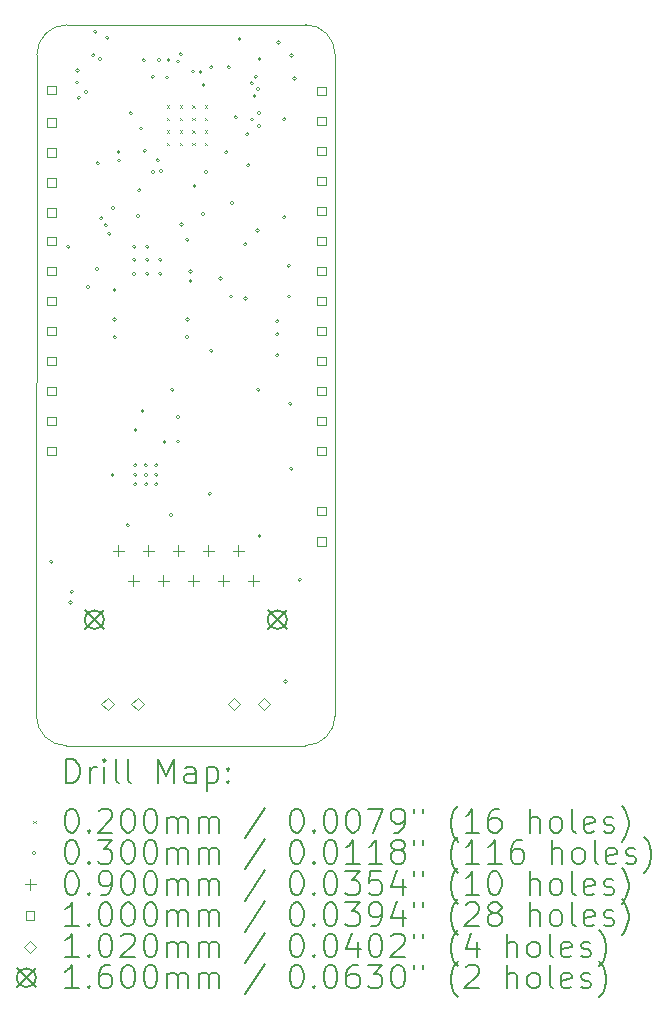
<source format=gbr>
%TF.GenerationSoftware,KiCad,Pcbnew,(6.0.9)*%
%TF.CreationDate,2022-11-21T00:30:00+13:00*%
%TF.ProjectId,LAN-Module-PoE,4c414e2d-4d6f-4647-956c-652d506f452e,rev?*%
%TF.SameCoordinates,Original*%
%TF.FileFunction,Drillmap*%
%TF.FilePolarity,Positive*%
%FSLAX45Y45*%
G04 Gerber Fmt 4.5, Leading zero omitted, Abs format (unit mm)*
G04 Created by KiCad (PCBNEW (6.0.9)) date 2022-11-21 00:30:00*
%MOMM*%
%LPD*%
G01*
G04 APERTURE LIST*
%ADD10C,0.100000*%
%ADD11C,0.200000*%
%ADD12C,0.020000*%
%ADD13C,0.030000*%
%ADD14C,0.090000*%
%ADD15C,0.102000*%
%ADD16C,0.160000*%
G04 APERTURE END LIST*
D10*
X5200000Y-3250000D02*
X3179000Y-3250000D01*
X3179000Y-3250000D02*
G75*
G03*
X2925000Y-3504000I0J-254000D01*
G01*
X5450000Y-3500000D02*
G75*
G03*
X5200000Y-3250000I-250000J0D01*
G01*
X5196000Y-9354000D02*
G75*
G03*
X5450000Y-9100000I0J254000D01*
G01*
X2921000Y-9100000D02*
G75*
G03*
X3175000Y-9354000I254000J0D01*
G01*
X2925000Y-3504000D02*
X2921000Y-9100000D01*
X3175000Y-9354000D02*
X5196000Y-9354000D01*
X5450000Y-9100000D02*
X5450000Y-3500000D01*
D11*
D12*
X4027500Y-3930833D02*
X4047500Y-3950833D01*
X4047500Y-3930833D02*
X4027500Y-3950833D01*
X4027500Y-4037500D02*
X4047500Y-4057500D01*
X4047500Y-4037500D02*
X4027500Y-4057500D01*
X4027500Y-4144167D02*
X4047500Y-4164167D01*
X4047500Y-4144167D02*
X4027500Y-4164167D01*
X4027500Y-4250833D02*
X4047500Y-4270833D01*
X4047500Y-4250833D02*
X4027500Y-4270833D01*
X4134167Y-3930833D02*
X4154167Y-3950833D01*
X4154167Y-3930833D02*
X4134167Y-3950833D01*
X4134167Y-4037500D02*
X4154167Y-4057500D01*
X4154167Y-4037500D02*
X4134167Y-4057500D01*
X4134167Y-4144167D02*
X4154167Y-4164167D01*
X4154167Y-4144167D02*
X4134167Y-4164167D01*
X4134167Y-4250833D02*
X4154167Y-4270833D01*
X4154167Y-4250833D02*
X4134167Y-4270833D01*
X4240833Y-3930833D02*
X4260833Y-3950833D01*
X4260833Y-3930833D02*
X4240833Y-3950833D01*
X4240833Y-4037500D02*
X4260833Y-4057500D01*
X4260833Y-4037500D02*
X4240833Y-4057500D01*
X4240833Y-4144167D02*
X4260833Y-4164167D01*
X4260833Y-4144167D02*
X4240833Y-4164167D01*
X4240833Y-4250833D02*
X4260833Y-4270833D01*
X4260833Y-4250833D02*
X4240833Y-4270833D01*
X4347500Y-3930833D02*
X4367500Y-3950833D01*
X4367500Y-3930833D02*
X4347500Y-3950833D01*
X4347500Y-4037500D02*
X4367500Y-4057500D01*
X4367500Y-4037500D02*
X4347500Y-4057500D01*
X4347500Y-4144167D02*
X4367500Y-4164167D01*
X4367500Y-4144167D02*
X4347500Y-4164167D01*
X4347500Y-4250833D02*
X4367500Y-4270833D01*
X4367500Y-4250833D02*
X4347500Y-4270833D01*
D13*
X3063000Y-7798000D02*
G75*
G03*
X3063000Y-7798000I-15000J0D01*
G01*
X3205000Y-5130000D02*
G75*
G03*
X3205000Y-5130000I-15000J0D01*
G01*
X3225000Y-8140000D02*
G75*
G03*
X3225000Y-8140000I-15000J0D01*
G01*
X3235000Y-8050000D02*
G75*
G03*
X3235000Y-8050000I-15000J0D01*
G01*
X3279950Y-3739045D02*
G75*
G03*
X3279950Y-3739045I-15000J0D01*
G01*
X3282500Y-3637500D02*
G75*
G03*
X3282500Y-3637500I-15000J0D01*
G01*
X3295000Y-3870000D02*
G75*
G03*
X3295000Y-3870000I-15000J0D01*
G01*
X3355000Y-3820000D02*
G75*
G03*
X3355000Y-3820000I-15000J0D01*
G01*
X3372000Y-5470000D02*
G75*
G03*
X3372000Y-5470000I-15000J0D01*
G01*
X3417450Y-3510000D02*
G75*
G03*
X3417450Y-3510000I-15000J0D01*
G01*
X3435000Y-3310000D02*
G75*
G03*
X3435000Y-3310000I-15000J0D01*
G01*
X3449500Y-5320000D02*
G75*
G03*
X3449500Y-5320000I-15000J0D01*
G01*
X3457500Y-4422500D02*
G75*
G03*
X3457500Y-4422500I-15000J0D01*
G01*
X3475045Y-3540023D02*
G75*
G03*
X3475045Y-3540023I-15000J0D01*
G01*
X3485000Y-4890000D02*
G75*
G03*
X3485000Y-4890000I-15000J0D01*
G01*
X3524271Y-4947225D02*
G75*
G03*
X3524271Y-4947225I-15000J0D01*
G01*
X3535000Y-3359799D02*
G75*
G03*
X3535000Y-3359799I-15000J0D01*
G01*
X3552000Y-5020000D02*
G75*
G03*
X3552000Y-5020000I-15000J0D01*
G01*
X3580000Y-7063123D02*
G75*
G03*
X3580000Y-7063123I-15000J0D01*
G01*
X3585000Y-4800000D02*
G75*
G03*
X3585000Y-4800000I-15000J0D01*
G01*
X3597000Y-5745000D02*
G75*
G03*
X3597000Y-5745000I-15000J0D01*
G01*
X3598356Y-5496356D02*
G75*
G03*
X3598356Y-5496356I-15000J0D01*
G01*
X3600122Y-5895000D02*
G75*
G03*
X3600122Y-5895000I-15000J0D01*
G01*
X3632180Y-4327180D02*
G75*
G03*
X3632180Y-4327180I-15000J0D01*
G01*
X3635000Y-4399804D02*
G75*
G03*
X3635000Y-4399804I-15000J0D01*
G01*
X3709400Y-7487500D02*
G75*
G03*
X3709400Y-7487500I-15000J0D01*
G01*
X3735000Y-4000000D02*
G75*
G03*
X3735000Y-4000000I-15000J0D01*
G01*
X3762000Y-5360000D02*
G75*
G03*
X3762000Y-5360000I-15000J0D01*
G01*
X3765000Y-5130000D02*
G75*
G03*
X3765000Y-5130000I-15000J0D01*
G01*
X3765000Y-5240000D02*
G75*
G03*
X3765000Y-5240000I-15000J0D01*
G01*
X3772000Y-6980000D02*
G75*
G03*
X3772000Y-6980000I-15000J0D01*
G01*
X3772000Y-7060000D02*
G75*
G03*
X3772000Y-7060000I-15000J0D01*
G01*
X3772000Y-7140000D02*
G75*
G03*
X3772000Y-7140000I-15000J0D01*
G01*
X3775000Y-6680000D02*
G75*
G03*
X3775000Y-6680000I-15000J0D01*
G01*
X3795000Y-4870000D02*
G75*
G03*
X3795000Y-4870000I-15000J0D01*
G01*
X3807500Y-4650000D02*
G75*
G03*
X3807500Y-4650000I-15000J0D01*
G01*
X3822500Y-4127500D02*
G75*
G03*
X3822500Y-4127500I-15000J0D01*
G01*
X3835000Y-6520000D02*
G75*
G03*
X3835000Y-6520000I-15000J0D01*
G01*
X3845000Y-3550000D02*
G75*
G03*
X3845000Y-3550000I-15000J0D01*
G01*
X3852500Y-4317500D02*
G75*
G03*
X3852500Y-4317500I-15000J0D01*
G01*
X3862000Y-6980000D02*
G75*
G03*
X3862000Y-6980000I-15000J0D01*
G01*
X3865000Y-7060623D02*
G75*
G03*
X3865000Y-7060623I-15000J0D01*
G01*
X3867000Y-7140000D02*
G75*
G03*
X3867000Y-7140000I-15000J0D01*
G01*
X3875000Y-5130000D02*
G75*
G03*
X3875000Y-5130000I-15000J0D01*
G01*
X3875000Y-5240000D02*
G75*
G03*
X3875000Y-5240000I-15000J0D01*
G01*
X3875000Y-5360000D02*
G75*
G03*
X3875000Y-5360000I-15000J0D01*
G01*
X3922500Y-4497500D02*
G75*
G03*
X3922500Y-4497500I-15000J0D01*
G01*
X3922550Y-3690000D02*
G75*
G03*
X3922550Y-3690000I-15000J0D01*
G01*
X3952000Y-6980000D02*
G75*
G03*
X3952000Y-6980000I-15000J0D01*
G01*
X3952000Y-7060000D02*
G75*
G03*
X3952000Y-7060000I-15000J0D01*
G01*
X3952000Y-7140000D02*
G75*
G03*
X3952000Y-7140000I-15000J0D01*
G01*
X3962500Y-4397500D02*
G75*
G03*
X3962500Y-4397500I-15000J0D01*
G01*
X3975000Y-3550000D02*
G75*
G03*
X3975000Y-3550000I-15000J0D01*
G01*
X3985000Y-5240000D02*
G75*
G03*
X3985000Y-5240000I-15000J0D01*
G01*
X3985000Y-5360000D02*
G75*
G03*
X3985000Y-5360000I-15000J0D01*
G01*
X3992500Y-4487500D02*
G75*
G03*
X3992500Y-4487500I-15000J0D01*
G01*
X4020000Y-6783123D02*
G75*
G03*
X4020000Y-6783123I-15000J0D01*
G01*
X4042662Y-3695323D02*
G75*
G03*
X4042662Y-3695323I-15000J0D01*
G01*
X4055000Y-3549950D02*
G75*
G03*
X4055000Y-3549950I-15000J0D01*
G01*
X4075000Y-7400000D02*
G75*
G03*
X4075000Y-7400000I-15000J0D01*
G01*
X4085000Y-6340000D02*
G75*
G03*
X4085000Y-6340000I-15000J0D01*
G01*
X4134721Y-3560737D02*
G75*
G03*
X4134721Y-3560737I-15000J0D01*
G01*
X4135000Y-6570000D02*
G75*
G03*
X4135000Y-6570000I-15000J0D01*
G01*
X4135000Y-6780000D02*
G75*
G03*
X4135000Y-6780000I-15000J0D01*
G01*
X4157734Y-3500000D02*
G75*
G03*
X4157734Y-3500000I-15000J0D01*
G01*
X4165000Y-4940000D02*
G75*
G03*
X4165000Y-4940000I-15000J0D01*
G01*
X4212000Y-5070000D02*
G75*
G03*
X4212000Y-5070000I-15000J0D01*
G01*
X4212088Y-5895000D02*
G75*
G03*
X4212088Y-5895000I-15000J0D01*
G01*
X4217000Y-5745000D02*
G75*
G03*
X4217000Y-5745000I-15000J0D01*
G01*
X4242000Y-5340000D02*
G75*
G03*
X4242000Y-5340000I-15000J0D01*
G01*
X4242000Y-5420000D02*
G75*
G03*
X4242000Y-5420000I-15000J0D01*
G01*
X4262450Y-3647450D02*
G75*
G03*
X4262450Y-3647450I-15000J0D01*
G01*
X4275000Y-4616961D02*
G75*
G03*
X4275000Y-4616961I-15000J0D01*
G01*
X4327342Y-3650203D02*
G75*
G03*
X4327342Y-3650203I-15000J0D01*
G01*
X4347500Y-4852500D02*
G75*
G03*
X4347500Y-4852500I-15000J0D01*
G01*
X4349950Y-3760000D02*
G75*
G03*
X4349950Y-3760000I-15000J0D01*
G01*
X4372500Y-4497500D02*
G75*
G03*
X4372500Y-4497500I-15000J0D01*
G01*
X4405000Y-7220000D02*
G75*
G03*
X4405000Y-7220000I-15000J0D01*
G01*
X4415000Y-3610000D02*
G75*
G03*
X4415000Y-3610000I-15000J0D01*
G01*
X4415000Y-6010000D02*
G75*
G03*
X4415000Y-6010000I-15000J0D01*
G01*
X4494500Y-5397500D02*
G75*
G03*
X4494500Y-5397500I-15000J0D01*
G01*
X4543333Y-4328333D02*
G75*
G03*
X4543333Y-4328333I-15000J0D01*
G01*
X4565000Y-3610000D02*
G75*
G03*
X4565000Y-3610000I-15000J0D01*
G01*
X4583621Y-5549710D02*
G75*
G03*
X4583621Y-5549710I-15000J0D01*
G01*
X4592500Y-4757500D02*
G75*
G03*
X4592500Y-4757500I-15000J0D01*
G01*
X4622500Y-4033383D02*
G75*
G03*
X4622500Y-4033383I-15000J0D01*
G01*
X4655000Y-3370000D02*
G75*
G03*
X4655000Y-3370000I-15000J0D01*
G01*
X4705000Y-5110000D02*
G75*
G03*
X4705000Y-5110000I-15000J0D01*
G01*
X4705320Y-5567450D02*
G75*
G03*
X4705320Y-5567450I-15000J0D01*
G01*
X4722500Y-4177500D02*
G75*
G03*
X4722500Y-4177500I-15000J0D01*
G01*
X4729950Y-4440000D02*
G75*
G03*
X4729950Y-4440000I-15000J0D01*
G01*
X4761583Y-3745694D02*
G75*
G03*
X4761583Y-3745694I-15000J0D01*
G01*
X4762500Y-4052450D02*
G75*
G03*
X4762500Y-4052450I-15000J0D01*
G01*
X4783358Y-3853667D02*
G75*
G03*
X4783358Y-3853667I-15000J0D01*
G01*
X4795000Y-3690000D02*
G75*
G03*
X4795000Y-3690000I-15000J0D01*
G01*
X4807500Y-4992500D02*
G75*
G03*
X4807500Y-4992500I-15000J0D01*
G01*
X4812545Y-3795644D02*
G75*
G03*
X4812545Y-3795644I-15000J0D01*
G01*
X4815000Y-6340000D02*
G75*
G03*
X4815000Y-6340000I-15000J0D01*
G01*
X4822500Y-3997500D02*
G75*
G03*
X4822500Y-3997500I-15000J0D01*
G01*
X4822500Y-4107400D02*
G75*
G03*
X4822500Y-4107400I-15000J0D01*
G01*
X4825000Y-3540000D02*
G75*
G03*
X4825000Y-3540000I-15000J0D01*
G01*
X4825000Y-7580000D02*
G75*
G03*
X4825000Y-7580000I-15000J0D01*
G01*
X4975000Y-5760000D02*
G75*
G03*
X4975000Y-5760000I-15000J0D01*
G01*
X4975000Y-5870000D02*
G75*
G03*
X4975000Y-5870000I-15000J0D01*
G01*
X4975000Y-6050000D02*
G75*
G03*
X4975000Y-6050000I-15000J0D01*
G01*
X4985000Y-3400000D02*
G75*
G03*
X4985000Y-3400000I-15000J0D01*
G01*
X5035000Y-4050000D02*
G75*
G03*
X5035000Y-4050000I-15000J0D01*
G01*
X5035000Y-4880000D02*
G75*
G03*
X5035000Y-4880000I-15000J0D01*
G01*
X5045000Y-8810000D02*
G75*
G03*
X5045000Y-8810000I-15000J0D01*
G01*
X5074000Y-5290000D02*
G75*
G03*
X5074000Y-5290000I-15000J0D01*
G01*
X5075000Y-5550000D02*
G75*
G03*
X5075000Y-5550000I-15000J0D01*
G01*
X5085000Y-6460000D02*
G75*
G03*
X5085000Y-6460000I-15000J0D01*
G01*
X5095000Y-3510000D02*
G75*
G03*
X5095000Y-3510000I-15000J0D01*
G01*
X5095000Y-7010000D02*
G75*
G03*
X5095000Y-7010000I-15000J0D01*
G01*
X5120320Y-3704680D02*
G75*
G03*
X5120320Y-3704680I-15000J0D01*
G01*
X5165000Y-7950000D02*
G75*
G03*
X5165000Y-7950000I-15000J0D01*
G01*
D14*
X3615000Y-7658123D02*
X3615000Y-7748123D01*
X3570000Y-7703123D02*
X3660000Y-7703123D01*
X3742000Y-7912123D02*
X3742000Y-8002123D01*
X3697000Y-7957123D02*
X3787000Y-7957123D01*
X3869000Y-7658123D02*
X3869000Y-7748123D01*
X3824000Y-7703123D02*
X3914000Y-7703123D01*
X3996000Y-7912123D02*
X3996000Y-8002123D01*
X3951000Y-7957123D02*
X4041000Y-7957123D01*
X4123000Y-7658123D02*
X4123000Y-7748123D01*
X4078000Y-7703123D02*
X4168000Y-7703123D01*
X4250000Y-7912123D02*
X4250000Y-8002123D01*
X4205000Y-7957123D02*
X4295000Y-7957123D01*
X4377000Y-7658123D02*
X4377000Y-7748123D01*
X4332000Y-7703123D02*
X4422000Y-7703123D01*
X4504000Y-7912123D02*
X4504000Y-8002123D01*
X4459000Y-7957123D02*
X4549000Y-7957123D01*
X4631000Y-7658123D02*
X4631000Y-7748123D01*
X4586000Y-7703123D02*
X4676000Y-7703123D01*
X4758000Y-7912123D02*
X4758000Y-8002123D01*
X4713000Y-7957123D02*
X4803000Y-7957123D01*
D10*
X3083356Y-3836356D02*
X3083356Y-3765644D01*
X3012644Y-3765644D01*
X3012644Y-3836356D01*
X3083356Y-3836356D01*
X3083356Y-4113356D02*
X3083356Y-4042644D01*
X3012644Y-4042644D01*
X3012644Y-4113356D01*
X3083356Y-4113356D01*
X3083356Y-4367356D02*
X3083356Y-4296644D01*
X3012644Y-4296644D01*
X3012644Y-4367356D01*
X3083356Y-4367356D01*
X3083356Y-4621356D02*
X3083356Y-4550644D01*
X3012644Y-4550644D01*
X3012644Y-4621356D01*
X3083356Y-4621356D01*
X3083356Y-4875356D02*
X3083356Y-4804644D01*
X3012644Y-4804644D01*
X3012644Y-4875356D01*
X3083356Y-4875356D01*
X3083356Y-5115356D02*
X3083356Y-5044644D01*
X3012644Y-5044644D01*
X3012644Y-5115356D01*
X3083356Y-5115356D01*
X3083356Y-5369356D02*
X3083356Y-5298644D01*
X3012644Y-5298644D01*
X3012644Y-5369356D01*
X3083356Y-5369356D01*
X3083356Y-5623356D02*
X3083356Y-5552644D01*
X3012644Y-5552644D01*
X3012644Y-5623356D01*
X3083356Y-5623356D01*
X3083356Y-5877356D02*
X3083356Y-5806644D01*
X3012644Y-5806644D01*
X3012644Y-5877356D01*
X3083356Y-5877356D01*
X3083356Y-6131356D02*
X3083356Y-6060644D01*
X3012644Y-6060644D01*
X3012644Y-6131356D01*
X3083356Y-6131356D01*
X3083356Y-6385356D02*
X3083356Y-6314644D01*
X3012644Y-6314644D01*
X3012644Y-6385356D01*
X3083356Y-6385356D01*
X3083356Y-6639356D02*
X3083356Y-6568644D01*
X3012644Y-6568644D01*
X3012644Y-6639356D01*
X3083356Y-6639356D01*
X3083356Y-6893356D02*
X3083356Y-6822644D01*
X3012644Y-6822644D01*
X3012644Y-6893356D01*
X3083356Y-6893356D01*
X5369356Y-3845356D02*
X5369356Y-3774644D01*
X5298644Y-3774644D01*
X5298644Y-3845356D01*
X5369356Y-3845356D01*
X5369356Y-4099356D02*
X5369356Y-4028644D01*
X5298644Y-4028644D01*
X5298644Y-4099356D01*
X5369356Y-4099356D01*
X5369356Y-4353356D02*
X5369356Y-4282644D01*
X5298644Y-4282644D01*
X5298644Y-4353356D01*
X5369356Y-4353356D01*
X5369356Y-4607356D02*
X5369356Y-4536644D01*
X5298644Y-4536644D01*
X5298644Y-4607356D01*
X5369356Y-4607356D01*
X5369356Y-4861356D02*
X5369356Y-4790644D01*
X5298644Y-4790644D01*
X5298644Y-4861356D01*
X5369356Y-4861356D01*
X5369356Y-5115356D02*
X5369356Y-5044644D01*
X5298644Y-5044644D01*
X5298644Y-5115356D01*
X5369356Y-5115356D01*
X5369356Y-5369356D02*
X5369356Y-5298644D01*
X5298644Y-5298644D01*
X5298644Y-5369356D01*
X5369356Y-5369356D01*
X5369356Y-5623356D02*
X5369356Y-5552644D01*
X5298644Y-5552644D01*
X5298644Y-5623356D01*
X5369356Y-5623356D01*
X5369356Y-5877356D02*
X5369356Y-5806644D01*
X5298644Y-5806644D01*
X5298644Y-5877356D01*
X5369356Y-5877356D01*
X5369356Y-6131356D02*
X5369356Y-6060644D01*
X5298644Y-6060644D01*
X5298644Y-6131356D01*
X5369356Y-6131356D01*
X5369356Y-6385356D02*
X5369356Y-6314644D01*
X5298644Y-6314644D01*
X5298644Y-6385356D01*
X5369356Y-6385356D01*
X5369356Y-6639356D02*
X5369356Y-6568644D01*
X5298644Y-6568644D01*
X5298644Y-6639356D01*
X5369356Y-6639356D01*
X5369356Y-6893356D02*
X5369356Y-6822644D01*
X5298644Y-6822644D01*
X5298644Y-6893356D01*
X5369356Y-6893356D01*
X5369356Y-7401356D02*
X5369356Y-7330644D01*
X5298644Y-7330644D01*
X5298644Y-7401356D01*
X5369356Y-7401356D01*
X5369356Y-7661356D02*
X5369356Y-7590644D01*
X5298644Y-7590644D01*
X5298644Y-7661356D01*
X5369356Y-7661356D01*
D15*
X3523500Y-9051123D02*
X3574500Y-9000123D01*
X3523500Y-8949123D01*
X3472500Y-9000123D01*
X3523500Y-9051123D01*
X3777500Y-9051123D02*
X3828500Y-9000123D01*
X3777500Y-8949123D01*
X3726500Y-9000123D01*
X3777500Y-9051123D01*
X4595500Y-9051123D02*
X4646500Y-9000123D01*
X4595500Y-8949123D01*
X4544500Y-9000123D01*
X4595500Y-9051123D01*
X4849500Y-9051123D02*
X4900500Y-9000123D01*
X4849500Y-8949123D01*
X4798500Y-9000123D01*
X4849500Y-9051123D01*
D16*
X3332000Y-8207123D02*
X3492000Y-8367123D01*
X3492000Y-8207123D02*
X3332000Y-8367123D01*
X3492000Y-8287123D02*
G75*
G03*
X3492000Y-8287123I-80000J0D01*
G01*
X4881000Y-8207123D02*
X5041000Y-8367123D01*
X5041000Y-8207123D02*
X4881000Y-8367123D01*
X5041000Y-8287123D02*
G75*
G03*
X5041000Y-8287123I-80000J0D01*
G01*
D11*
X3173619Y-9669476D02*
X3173619Y-9469476D01*
X3221238Y-9469476D01*
X3249809Y-9479000D01*
X3268857Y-9498048D01*
X3278381Y-9517095D01*
X3287905Y-9555190D01*
X3287905Y-9583762D01*
X3278381Y-9621857D01*
X3268857Y-9640905D01*
X3249809Y-9659952D01*
X3221238Y-9669476D01*
X3173619Y-9669476D01*
X3373619Y-9669476D02*
X3373619Y-9536143D01*
X3373619Y-9574238D02*
X3383143Y-9555190D01*
X3392667Y-9545667D01*
X3411714Y-9536143D01*
X3430762Y-9536143D01*
X3497428Y-9669476D02*
X3497428Y-9536143D01*
X3497428Y-9469476D02*
X3487905Y-9479000D01*
X3497428Y-9488524D01*
X3506952Y-9479000D01*
X3497428Y-9469476D01*
X3497428Y-9488524D01*
X3621238Y-9669476D02*
X3602190Y-9659952D01*
X3592667Y-9640905D01*
X3592667Y-9469476D01*
X3726000Y-9669476D02*
X3706952Y-9659952D01*
X3697428Y-9640905D01*
X3697428Y-9469476D01*
X3954571Y-9669476D02*
X3954571Y-9469476D01*
X4021238Y-9612333D01*
X4087905Y-9469476D01*
X4087905Y-9669476D01*
X4268857Y-9669476D02*
X4268857Y-9564714D01*
X4259333Y-9545667D01*
X4240286Y-9536143D01*
X4202190Y-9536143D01*
X4183143Y-9545667D01*
X4268857Y-9659952D02*
X4249810Y-9669476D01*
X4202190Y-9669476D01*
X4183143Y-9659952D01*
X4173619Y-9640905D01*
X4173619Y-9621857D01*
X4183143Y-9602810D01*
X4202190Y-9593286D01*
X4249810Y-9593286D01*
X4268857Y-9583762D01*
X4364095Y-9536143D02*
X4364095Y-9736143D01*
X4364095Y-9545667D02*
X4383143Y-9536143D01*
X4421238Y-9536143D01*
X4440286Y-9545667D01*
X4449810Y-9555190D01*
X4459333Y-9574238D01*
X4459333Y-9631381D01*
X4449810Y-9650429D01*
X4440286Y-9659952D01*
X4421238Y-9669476D01*
X4383143Y-9669476D01*
X4364095Y-9659952D01*
X4545048Y-9650429D02*
X4554571Y-9659952D01*
X4545048Y-9669476D01*
X4535524Y-9659952D01*
X4545048Y-9650429D01*
X4545048Y-9669476D01*
X4545048Y-9545667D02*
X4554571Y-9555190D01*
X4545048Y-9564714D01*
X4535524Y-9555190D01*
X4545048Y-9545667D01*
X4545048Y-9564714D01*
D12*
X2896000Y-9989000D02*
X2916000Y-10009000D01*
X2916000Y-9989000D02*
X2896000Y-10009000D01*
D11*
X3211714Y-9889476D02*
X3230762Y-9889476D01*
X3249809Y-9899000D01*
X3259333Y-9908524D01*
X3268857Y-9927571D01*
X3278381Y-9965667D01*
X3278381Y-10013286D01*
X3268857Y-10051381D01*
X3259333Y-10070429D01*
X3249809Y-10079952D01*
X3230762Y-10089476D01*
X3211714Y-10089476D01*
X3192667Y-10079952D01*
X3183143Y-10070429D01*
X3173619Y-10051381D01*
X3164095Y-10013286D01*
X3164095Y-9965667D01*
X3173619Y-9927571D01*
X3183143Y-9908524D01*
X3192667Y-9899000D01*
X3211714Y-9889476D01*
X3364095Y-10070429D02*
X3373619Y-10079952D01*
X3364095Y-10089476D01*
X3354571Y-10079952D01*
X3364095Y-10070429D01*
X3364095Y-10089476D01*
X3449809Y-9908524D02*
X3459333Y-9899000D01*
X3478381Y-9889476D01*
X3526000Y-9889476D01*
X3545048Y-9899000D01*
X3554571Y-9908524D01*
X3564095Y-9927571D01*
X3564095Y-9946619D01*
X3554571Y-9975190D01*
X3440286Y-10089476D01*
X3564095Y-10089476D01*
X3687905Y-9889476D02*
X3706952Y-9889476D01*
X3726000Y-9899000D01*
X3735524Y-9908524D01*
X3745048Y-9927571D01*
X3754571Y-9965667D01*
X3754571Y-10013286D01*
X3745048Y-10051381D01*
X3735524Y-10070429D01*
X3726000Y-10079952D01*
X3706952Y-10089476D01*
X3687905Y-10089476D01*
X3668857Y-10079952D01*
X3659333Y-10070429D01*
X3649809Y-10051381D01*
X3640286Y-10013286D01*
X3640286Y-9965667D01*
X3649809Y-9927571D01*
X3659333Y-9908524D01*
X3668857Y-9899000D01*
X3687905Y-9889476D01*
X3878381Y-9889476D02*
X3897428Y-9889476D01*
X3916476Y-9899000D01*
X3926000Y-9908524D01*
X3935524Y-9927571D01*
X3945048Y-9965667D01*
X3945048Y-10013286D01*
X3935524Y-10051381D01*
X3926000Y-10070429D01*
X3916476Y-10079952D01*
X3897428Y-10089476D01*
X3878381Y-10089476D01*
X3859333Y-10079952D01*
X3849809Y-10070429D01*
X3840286Y-10051381D01*
X3830762Y-10013286D01*
X3830762Y-9965667D01*
X3840286Y-9927571D01*
X3849809Y-9908524D01*
X3859333Y-9899000D01*
X3878381Y-9889476D01*
X4030762Y-10089476D02*
X4030762Y-9956143D01*
X4030762Y-9975190D02*
X4040286Y-9965667D01*
X4059333Y-9956143D01*
X4087905Y-9956143D01*
X4106952Y-9965667D01*
X4116476Y-9984714D01*
X4116476Y-10089476D01*
X4116476Y-9984714D02*
X4126000Y-9965667D01*
X4145048Y-9956143D01*
X4173619Y-9956143D01*
X4192667Y-9965667D01*
X4202190Y-9984714D01*
X4202190Y-10089476D01*
X4297429Y-10089476D02*
X4297429Y-9956143D01*
X4297429Y-9975190D02*
X4306952Y-9965667D01*
X4326000Y-9956143D01*
X4354571Y-9956143D01*
X4373619Y-9965667D01*
X4383143Y-9984714D01*
X4383143Y-10089476D01*
X4383143Y-9984714D02*
X4392667Y-9965667D01*
X4411714Y-9956143D01*
X4440286Y-9956143D01*
X4459333Y-9965667D01*
X4468857Y-9984714D01*
X4468857Y-10089476D01*
X4859333Y-9879952D02*
X4687905Y-10137095D01*
X5116476Y-9889476D02*
X5135524Y-9889476D01*
X5154571Y-9899000D01*
X5164095Y-9908524D01*
X5173619Y-9927571D01*
X5183143Y-9965667D01*
X5183143Y-10013286D01*
X5173619Y-10051381D01*
X5164095Y-10070429D01*
X5154571Y-10079952D01*
X5135524Y-10089476D01*
X5116476Y-10089476D01*
X5097429Y-10079952D01*
X5087905Y-10070429D01*
X5078381Y-10051381D01*
X5068857Y-10013286D01*
X5068857Y-9965667D01*
X5078381Y-9927571D01*
X5087905Y-9908524D01*
X5097429Y-9899000D01*
X5116476Y-9889476D01*
X5268857Y-10070429D02*
X5278381Y-10079952D01*
X5268857Y-10089476D01*
X5259333Y-10079952D01*
X5268857Y-10070429D01*
X5268857Y-10089476D01*
X5402190Y-9889476D02*
X5421238Y-9889476D01*
X5440286Y-9899000D01*
X5449810Y-9908524D01*
X5459333Y-9927571D01*
X5468857Y-9965667D01*
X5468857Y-10013286D01*
X5459333Y-10051381D01*
X5449810Y-10070429D01*
X5440286Y-10079952D01*
X5421238Y-10089476D01*
X5402190Y-10089476D01*
X5383143Y-10079952D01*
X5373619Y-10070429D01*
X5364095Y-10051381D01*
X5354571Y-10013286D01*
X5354571Y-9965667D01*
X5364095Y-9927571D01*
X5373619Y-9908524D01*
X5383143Y-9899000D01*
X5402190Y-9889476D01*
X5592667Y-9889476D02*
X5611714Y-9889476D01*
X5630762Y-9899000D01*
X5640286Y-9908524D01*
X5649809Y-9927571D01*
X5659333Y-9965667D01*
X5659333Y-10013286D01*
X5649809Y-10051381D01*
X5640286Y-10070429D01*
X5630762Y-10079952D01*
X5611714Y-10089476D01*
X5592667Y-10089476D01*
X5573619Y-10079952D01*
X5564095Y-10070429D01*
X5554571Y-10051381D01*
X5545048Y-10013286D01*
X5545048Y-9965667D01*
X5554571Y-9927571D01*
X5564095Y-9908524D01*
X5573619Y-9899000D01*
X5592667Y-9889476D01*
X5726000Y-9889476D02*
X5859333Y-9889476D01*
X5773619Y-10089476D01*
X5945048Y-10089476D02*
X5983143Y-10089476D01*
X6002190Y-10079952D01*
X6011714Y-10070429D01*
X6030762Y-10041857D01*
X6040286Y-10003762D01*
X6040286Y-9927571D01*
X6030762Y-9908524D01*
X6021238Y-9899000D01*
X6002190Y-9889476D01*
X5964095Y-9889476D01*
X5945048Y-9899000D01*
X5935524Y-9908524D01*
X5926000Y-9927571D01*
X5926000Y-9975190D01*
X5935524Y-9994238D01*
X5945048Y-10003762D01*
X5964095Y-10013286D01*
X6002190Y-10013286D01*
X6021238Y-10003762D01*
X6030762Y-9994238D01*
X6040286Y-9975190D01*
X6116476Y-9889476D02*
X6116476Y-9927571D01*
X6192667Y-9889476D02*
X6192667Y-9927571D01*
X6487905Y-10165667D02*
X6478381Y-10156143D01*
X6459333Y-10127571D01*
X6449809Y-10108524D01*
X6440286Y-10079952D01*
X6430762Y-10032333D01*
X6430762Y-9994238D01*
X6440286Y-9946619D01*
X6449809Y-9918048D01*
X6459333Y-9899000D01*
X6478381Y-9870429D01*
X6487905Y-9860905D01*
X6668857Y-10089476D02*
X6554571Y-10089476D01*
X6611714Y-10089476D02*
X6611714Y-9889476D01*
X6592667Y-9918048D01*
X6573619Y-9937095D01*
X6554571Y-9946619D01*
X6840286Y-9889476D02*
X6802190Y-9889476D01*
X6783143Y-9899000D01*
X6773619Y-9908524D01*
X6754571Y-9937095D01*
X6745048Y-9975190D01*
X6745048Y-10051381D01*
X6754571Y-10070429D01*
X6764095Y-10079952D01*
X6783143Y-10089476D01*
X6821238Y-10089476D01*
X6840286Y-10079952D01*
X6849809Y-10070429D01*
X6859333Y-10051381D01*
X6859333Y-10003762D01*
X6849809Y-9984714D01*
X6840286Y-9975190D01*
X6821238Y-9965667D01*
X6783143Y-9965667D01*
X6764095Y-9975190D01*
X6754571Y-9984714D01*
X6745048Y-10003762D01*
X7097428Y-10089476D02*
X7097428Y-9889476D01*
X7183143Y-10089476D02*
X7183143Y-9984714D01*
X7173619Y-9965667D01*
X7154571Y-9956143D01*
X7126000Y-9956143D01*
X7106952Y-9965667D01*
X7097428Y-9975190D01*
X7306952Y-10089476D02*
X7287905Y-10079952D01*
X7278381Y-10070429D01*
X7268857Y-10051381D01*
X7268857Y-9994238D01*
X7278381Y-9975190D01*
X7287905Y-9965667D01*
X7306952Y-9956143D01*
X7335524Y-9956143D01*
X7354571Y-9965667D01*
X7364095Y-9975190D01*
X7373619Y-9994238D01*
X7373619Y-10051381D01*
X7364095Y-10070429D01*
X7354571Y-10079952D01*
X7335524Y-10089476D01*
X7306952Y-10089476D01*
X7487905Y-10089476D02*
X7468857Y-10079952D01*
X7459333Y-10060905D01*
X7459333Y-9889476D01*
X7640286Y-10079952D02*
X7621238Y-10089476D01*
X7583143Y-10089476D01*
X7564095Y-10079952D01*
X7554571Y-10060905D01*
X7554571Y-9984714D01*
X7564095Y-9965667D01*
X7583143Y-9956143D01*
X7621238Y-9956143D01*
X7640286Y-9965667D01*
X7649809Y-9984714D01*
X7649809Y-10003762D01*
X7554571Y-10022810D01*
X7726000Y-10079952D02*
X7745048Y-10089476D01*
X7783143Y-10089476D01*
X7802190Y-10079952D01*
X7811714Y-10060905D01*
X7811714Y-10051381D01*
X7802190Y-10032333D01*
X7783143Y-10022810D01*
X7754571Y-10022810D01*
X7735524Y-10013286D01*
X7726000Y-9994238D01*
X7726000Y-9984714D01*
X7735524Y-9965667D01*
X7754571Y-9956143D01*
X7783143Y-9956143D01*
X7802190Y-9965667D01*
X7878381Y-10165667D02*
X7887905Y-10156143D01*
X7906952Y-10127571D01*
X7916476Y-10108524D01*
X7926000Y-10079952D01*
X7935524Y-10032333D01*
X7935524Y-9994238D01*
X7926000Y-9946619D01*
X7916476Y-9918048D01*
X7906952Y-9899000D01*
X7887905Y-9870429D01*
X7878381Y-9860905D01*
D13*
X2916000Y-10263000D02*
G75*
G03*
X2916000Y-10263000I-15000J0D01*
G01*
D11*
X3211714Y-10153476D02*
X3230762Y-10153476D01*
X3249809Y-10163000D01*
X3259333Y-10172524D01*
X3268857Y-10191571D01*
X3278381Y-10229667D01*
X3278381Y-10277286D01*
X3268857Y-10315381D01*
X3259333Y-10334429D01*
X3249809Y-10343952D01*
X3230762Y-10353476D01*
X3211714Y-10353476D01*
X3192667Y-10343952D01*
X3183143Y-10334429D01*
X3173619Y-10315381D01*
X3164095Y-10277286D01*
X3164095Y-10229667D01*
X3173619Y-10191571D01*
X3183143Y-10172524D01*
X3192667Y-10163000D01*
X3211714Y-10153476D01*
X3364095Y-10334429D02*
X3373619Y-10343952D01*
X3364095Y-10353476D01*
X3354571Y-10343952D01*
X3364095Y-10334429D01*
X3364095Y-10353476D01*
X3440286Y-10153476D02*
X3564095Y-10153476D01*
X3497428Y-10229667D01*
X3526000Y-10229667D01*
X3545048Y-10239190D01*
X3554571Y-10248714D01*
X3564095Y-10267762D01*
X3564095Y-10315381D01*
X3554571Y-10334429D01*
X3545048Y-10343952D01*
X3526000Y-10353476D01*
X3468857Y-10353476D01*
X3449809Y-10343952D01*
X3440286Y-10334429D01*
X3687905Y-10153476D02*
X3706952Y-10153476D01*
X3726000Y-10163000D01*
X3735524Y-10172524D01*
X3745048Y-10191571D01*
X3754571Y-10229667D01*
X3754571Y-10277286D01*
X3745048Y-10315381D01*
X3735524Y-10334429D01*
X3726000Y-10343952D01*
X3706952Y-10353476D01*
X3687905Y-10353476D01*
X3668857Y-10343952D01*
X3659333Y-10334429D01*
X3649809Y-10315381D01*
X3640286Y-10277286D01*
X3640286Y-10229667D01*
X3649809Y-10191571D01*
X3659333Y-10172524D01*
X3668857Y-10163000D01*
X3687905Y-10153476D01*
X3878381Y-10153476D02*
X3897428Y-10153476D01*
X3916476Y-10163000D01*
X3926000Y-10172524D01*
X3935524Y-10191571D01*
X3945048Y-10229667D01*
X3945048Y-10277286D01*
X3935524Y-10315381D01*
X3926000Y-10334429D01*
X3916476Y-10343952D01*
X3897428Y-10353476D01*
X3878381Y-10353476D01*
X3859333Y-10343952D01*
X3849809Y-10334429D01*
X3840286Y-10315381D01*
X3830762Y-10277286D01*
X3830762Y-10229667D01*
X3840286Y-10191571D01*
X3849809Y-10172524D01*
X3859333Y-10163000D01*
X3878381Y-10153476D01*
X4030762Y-10353476D02*
X4030762Y-10220143D01*
X4030762Y-10239190D02*
X4040286Y-10229667D01*
X4059333Y-10220143D01*
X4087905Y-10220143D01*
X4106952Y-10229667D01*
X4116476Y-10248714D01*
X4116476Y-10353476D01*
X4116476Y-10248714D02*
X4126000Y-10229667D01*
X4145048Y-10220143D01*
X4173619Y-10220143D01*
X4192667Y-10229667D01*
X4202190Y-10248714D01*
X4202190Y-10353476D01*
X4297429Y-10353476D02*
X4297429Y-10220143D01*
X4297429Y-10239190D02*
X4306952Y-10229667D01*
X4326000Y-10220143D01*
X4354571Y-10220143D01*
X4373619Y-10229667D01*
X4383143Y-10248714D01*
X4383143Y-10353476D01*
X4383143Y-10248714D02*
X4392667Y-10229667D01*
X4411714Y-10220143D01*
X4440286Y-10220143D01*
X4459333Y-10229667D01*
X4468857Y-10248714D01*
X4468857Y-10353476D01*
X4859333Y-10143952D02*
X4687905Y-10401095D01*
X5116476Y-10153476D02*
X5135524Y-10153476D01*
X5154571Y-10163000D01*
X5164095Y-10172524D01*
X5173619Y-10191571D01*
X5183143Y-10229667D01*
X5183143Y-10277286D01*
X5173619Y-10315381D01*
X5164095Y-10334429D01*
X5154571Y-10343952D01*
X5135524Y-10353476D01*
X5116476Y-10353476D01*
X5097429Y-10343952D01*
X5087905Y-10334429D01*
X5078381Y-10315381D01*
X5068857Y-10277286D01*
X5068857Y-10229667D01*
X5078381Y-10191571D01*
X5087905Y-10172524D01*
X5097429Y-10163000D01*
X5116476Y-10153476D01*
X5268857Y-10334429D02*
X5278381Y-10343952D01*
X5268857Y-10353476D01*
X5259333Y-10343952D01*
X5268857Y-10334429D01*
X5268857Y-10353476D01*
X5402190Y-10153476D02*
X5421238Y-10153476D01*
X5440286Y-10163000D01*
X5449810Y-10172524D01*
X5459333Y-10191571D01*
X5468857Y-10229667D01*
X5468857Y-10277286D01*
X5459333Y-10315381D01*
X5449810Y-10334429D01*
X5440286Y-10343952D01*
X5421238Y-10353476D01*
X5402190Y-10353476D01*
X5383143Y-10343952D01*
X5373619Y-10334429D01*
X5364095Y-10315381D01*
X5354571Y-10277286D01*
X5354571Y-10229667D01*
X5364095Y-10191571D01*
X5373619Y-10172524D01*
X5383143Y-10163000D01*
X5402190Y-10153476D01*
X5659333Y-10353476D02*
X5545048Y-10353476D01*
X5602190Y-10353476D02*
X5602190Y-10153476D01*
X5583143Y-10182048D01*
X5564095Y-10201095D01*
X5545048Y-10210619D01*
X5849809Y-10353476D02*
X5735524Y-10353476D01*
X5792667Y-10353476D02*
X5792667Y-10153476D01*
X5773619Y-10182048D01*
X5754571Y-10201095D01*
X5735524Y-10210619D01*
X5964095Y-10239190D02*
X5945048Y-10229667D01*
X5935524Y-10220143D01*
X5926000Y-10201095D01*
X5926000Y-10191571D01*
X5935524Y-10172524D01*
X5945048Y-10163000D01*
X5964095Y-10153476D01*
X6002190Y-10153476D01*
X6021238Y-10163000D01*
X6030762Y-10172524D01*
X6040286Y-10191571D01*
X6040286Y-10201095D01*
X6030762Y-10220143D01*
X6021238Y-10229667D01*
X6002190Y-10239190D01*
X5964095Y-10239190D01*
X5945048Y-10248714D01*
X5935524Y-10258238D01*
X5926000Y-10277286D01*
X5926000Y-10315381D01*
X5935524Y-10334429D01*
X5945048Y-10343952D01*
X5964095Y-10353476D01*
X6002190Y-10353476D01*
X6021238Y-10343952D01*
X6030762Y-10334429D01*
X6040286Y-10315381D01*
X6040286Y-10277286D01*
X6030762Y-10258238D01*
X6021238Y-10248714D01*
X6002190Y-10239190D01*
X6116476Y-10153476D02*
X6116476Y-10191571D01*
X6192667Y-10153476D02*
X6192667Y-10191571D01*
X6487905Y-10429667D02*
X6478381Y-10420143D01*
X6459333Y-10391571D01*
X6449809Y-10372524D01*
X6440286Y-10343952D01*
X6430762Y-10296333D01*
X6430762Y-10258238D01*
X6440286Y-10210619D01*
X6449809Y-10182048D01*
X6459333Y-10163000D01*
X6478381Y-10134429D01*
X6487905Y-10124905D01*
X6668857Y-10353476D02*
X6554571Y-10353476D01*
X6611714Y-10353476D02*
X6611714Y-10153476D01*
X6592667Y-10182048D01*
X6573619Y-10201095D01*
X6554571Y-10210619D01*
X6859333Y-10353476D02*
X6745048Y-10353476D01*
X6802190Y-10353476D02*
X6802190Y-10153476D01*
X6783143Y-10182048D01*
X6764095Y-10201095D01*
X6745048Y-10210619D01*
X7030762Y-10153476D02*
X6992667Y-10153476D01*
X6973619Y-10163000D01*
X6964095Y-10172524D01*
X6945048Y-10201095D01*
X6935524Y-10239190D01*
X6935524Y-10315381D01*
X6945048Y-10334429D01*
X6954571Y-10343952D01*
X6973619Y-10353476D01*
X7011714Y-10353476D01*
X7030762Y-10343952D01*
X7040286Y-10334429D01*
X7049809Y-10315381D01*
X7049809Y-10267762D01*
X7040286Y-10248714D01*
X7030762Y-10239190D01*
X7011714Y-10229667D01*
X6973619Y-10229667D01*
X6954571Y-10239190D01*
X6945048Y-10248714D01*
X6935524Y-10267762D01*
X7287905Y-10353476D02*
X7287905Y-10153476D01*
X7373619Y-10353476D02*
X7373619Y-10248714D01*
X7364095Y-10229667D01*
X7345048Y-10220143D01*
X7316476Y-10220143D01*
X7297428Y-10229667D01*
X7287905Y-10239190D01*
X7497428Y-10353476D02*
X7478381Y-10343952D01*
X7468857Y-10334429D01*
X7459333Y-10315381D01*
X7459333Y-10258238D01*
X7468857Y-10239190D01*
X7478381Y-10229667D01*
X7497428Y-10220143D01*
X7526000Y-10220143D01*
X7545048Y-10229667D01*
X7554571Y-10239190D01*
X7564095Y-10258238D01*
X7564095Y-10315381D01*
X7554571Y-10334429D01*
X7545048Y-10343952D01*
X7526000Y-10353476D01*
X7497428Y-10353476D01*
X7678381Y-10353476D02*
X7659333Y-10343952D01*
X7649809Y-10324905D01*
X7649809Y-10153476D01*
X7830762Y-10343952D02*
X7811714Y-10353476D01*
X7773619Y-10353476D01*
X7754571Y-10343952D01*
X7745048Y-10324905D01*
X7745048Y-10248714D01*
X7754571Y-10229667D01*
X7773619Y-10220143D01*
X7811714Y-10220143D01*
X7830762Y-10229667D01*
X7840286Y-10248714D01*
X7840286Y-10267762D01*
X7745048Y-10286810D01*
X7916476Y-10343952D02*
X7935524Y-10353476D01*
X7973619Y-10353476D01*
X7992667Y-10343952D01*
X8002190Y-10324905D01*
X8002190Y-10315381D01*
X7992667Y-10296333D01*
X7973619Y-10286810D01*
X7945048Y-10286810D01*
X7926000Y-10277286D01*
X7916476Y-10258238D01*
X7916476Y-10248714D01*
X7926000Y-10229667D01*
X7945048Y-10220143D01*
X7973619Y-10220143D01*
X7992667Y-10229667D01*
X8068857Y-10429667D02*
X8078381Y-10420143D01*
X8097428Y-10391571D01*
X8106952Y-10372524D01*
X8116476Y-10343952D01*
X8126000Y-10296333D01*
X8126000Y-10258238D01*
X8116476Y-10210619D01*
X8106952Y-10182048D01*
X8097428Y-10163000D01*
X8078381Y-10134429D01*
X8068857Y-10124905D01*
D14*
X2871000Y-10482000D02*
X2871000Y-10572000D01*
X2826000Y-10527000D02*
X2916000Y-10527000D01*
D11*
X3211714Y-10417476D02*
X3230762Y-10417476D01*
X3249809Y-10427000D01*
X3259333Y-10436524D01*
X3268857Y-10455571D01*
X3278381Y-10493667D01*
X3278381Y-10541286D01*
X3268857Y-10579381D01*
X3259333Y-10598429D01*
X3249809Y-10607952D01*
X3230762Y-10617476D01*
X3211714Y-10617476D01*
X3192667Y-10607952D01*
X3183143Y-10598429D01*
X3173619Y-10579381D01*
X3164095Y-10541286D01*
X3164095Y-10493667D01*
X3173619Y-10455571D01*
X3183143Y-10436524D01*
X3192667Y-10427000D01*
X3211714Y-10417476D01*
X3364095Y-10598429D02*
X3373619Y-10607952D01*
X3364095Y-10617476D01*
X3354571Y-10607952D01*
X3364095Y-10598429D01*
X3364095Y-10617476D01*
X3468857Y-10617476D02*
X3506952Y-10617476D01*
X3526000Y-10607952D01*
X3535524Y-10598429D01*
X3554571Y-10569857D01*
X3564095Y-10531762D01*
X3564095Y-10455571D01*
X3554571Y-10436524D01*
X3545048Y-10427000D01*
X3526000Y-10417476D01*
X3487905Y-10417476D01*
X3468857Y-10427000D01*
X3459333Y-10436524D01*
X3449809Y-10455571D01*
X3449809Y-10503190D01*
X3459333Y-10522238D01*
X3468857Y-10531762D01*
X3487905Y-10541286D01*
X3526000Y-10541286D01*
X3545048Y-10531762D01*
X3554571Y-10522238D01*
X3564095Y-10503190D01*
X3687905Y-10417476D02*
X3706952Y-10417476D01*
X3726000Y-10427000D01*
X3735524Y-10436524D01*
X3745048Y-10455571D01*
X3754571Y-10493667D01*
X3754571Y-10541286D01*
X3745048Y-10579381D01*
X3735524Y-10598429D01*
X3726000Y-10607952D01*
X3706952Y-10617476D01*
X3687905Y-10617476D01*
X3668857Y-10607952D01*
X3659333Y-10598429D01*
X3649809Y-10579381D01*
X3640286Y-10541286D01*
X3640286Y-10493667D01*
X3649809Y-10455571D01*
X3659333Y-10436524D01*
X3668857Y-10427000D01*
X3687905Y-10417476D01*
X3878381Y-10417476D02*
X3897428Y-10417476D01*
X3916476Y-10427000D01*
X3926000Y-10436524D01*
X3935524Y-10455571D01*
X3945048Y-10493667D01*
X3945048Y-10541286D01*
X3935524Y-10579381D01*
X3926000Y-10598429D01*
X3916476Y-10607952D01*
X3897428Y-10617476D01*
X3878381Y-10617476D01*
X3859333Y-10607952D01*
X3849809Y-10598429D01*
X3840286Y-10579381D01*
X3830762Y-10541286D01*
X3830762Y-10493667D01*
X3840286Y-10455571D01*
X3849809Y-10436524D01*
X3859333Y-10427000D01*
X3878381Y-10417476D01*
X4030762Y-10617476D02*
X4030762Y-10484143D01*
X4030762Y-10503190D02*
X4040286Y-10493667D01*
X4059333Y-10484143D01*
X4087905Y-10484143D01*
X4106952Y-10493667D01*
X4116476Y-10512714D01*
X4116476Y-10617476D01*
X4116476Y-10512714D02*
X4126000Y-10493667D01*
X4145048Y-10484143D01*
X4173619Y-10484143D01*
X4192667Y-10493667D01*
X4202190Y-10512714D01*
X4202190Y-10617476D01*
X4297429Y-10617476D02*
X4297429Y-10484143D01*
X4297429Y-10503190D02*
X4306952Y-10493667D01*
X4326000Y-10484143D01*
X4354571Y-10484143D01*
X4373619Y-10493667D01*
X4383143Y-10512714D01*
X4383143Y-10617476D01*
X4383143Y-10512714D02*
X4392667Y-10493667D01*
X4411714Y-10484143D01*
X4440286Y-10484143D01*
X4459333Y-10493667D01*
X4468857Y-10512714D01*
X4468857Y-10617476D01*
X4859333Y-10407952D02*
X4687905Y-10665095D01*
X5116476Y-10417476D02*
X5135524Y-10417476D01*
X5154571Y-10427000D01*
X5164095Y-10436524D01*
X5173619Y-10455571D01*
X5183143Y-10493667D01*
X5183143Y-10541286D01*
X5173619Y-10579381D01*
X5164095Y-10598429D01*
X5154571Y-10607952D01*
X5135524Y-10617476D01*
X5116476Y-10617476D01*
X5097429Y-10607952D01*
X5087905Y-10598429D01*
X5078381Y-10579381D01*
X5068857Y-10541286D01*
X5068857Y-10493667D01*
X5078381Y-10455571D01*
X5087905Y-10436524D01*
X5097429Y-10427000D01*
X5116476Y-10417476D01*
X5268857Y-10598429D02*
X5278381Y-10607952D01*
X5268857Y-10617476D01*
X5259333Y-10607952D01*
X5268857Y-10598429D01*
X5268857Y-10617476D01*
X5402190Y-10417476D02*
X5421238Y-10417476D01*
X5440286Y-10427000D01*
X5449810Y-10436524D01*
X5459333Y-10455571D01*
X5468857Y-10493667D01*
X5468857Y-10541286D01*
X5459333Y-10579381D01*
X5449810Y-10598429D01*
X5440286Y-10607952D01*
X5421238Y-10617476D01*
X5402190Y-10617476D01*
X5383143Y-10607952D01*
X5373619Y-10598429D01*
X5364095Y-10579381D01*
X5354571Y-10541286D01*
X5354571Y-10493667D01*
X5364095Y-10455571D01*
X5373619Y-10436524D01*
X5383143Y-10427000D01*
X5402190Y-10417476D01*
X5535524Y-10417476D02*
X5659333Y-10417476D01*
X5592667Y-10493667D01*
X5621238Y-10493667D01*
X5640286Y-10503190D01*
X5649809Y-10512714D01*
X5659333Y-10531762D01*
X5659333Y-10579381D01*
X5649809Y-10598429D01*
X5640286Y-10607952D01*
X5621238Y-10617476D01*
X5564095Y-10617476D01*
X5545048Y-10607952D01*
X5535524Y-10598429D01*
X5840286Y-10417476D02*
X5745048Y-10417476D01*
X5735524Y-10512714D01*
X5745048Y-10503190D01*
X5764095Y-10493667D01*
X5811714Y-10493667D01*
X5830762Y-10503190D01*
X5840286Y-10512714D01*
X5849809Y-10531762D01*
X5849809Y-10579381D01*
X5840286Y-10598429D01*
X5830762Y-10607952D01*
X5811714Y-10617476D01*
X5764095Y-10617476D01*
X5745048Y-10607952D01*
X5735524Y-10598429D01*
X6021238Y-10484143D02*
X6021238Y-10617476D01*
X5973619Y-10407952D02*
X5926000Y-10550810D01*
X6049809Y-10550810D01*
X6116476Y-10417476D02*
X6116476Y-10455571D01*
X6192667Y-10417476D02*
X6192667Y-10455571D01*
X6487905Y-10693667D02*
X6478381Y-10684143D01*
X6459333Y-10655571D01*
X6449809Y-10636524D01*
X6440286Y-10607952D01*
X6430762Y-10560333D01*
X6430762Y-10522238D01*
X6440286Y-10474619D01*
X6449809Y-10446048D01*
X6459333Y-10427000D01*
X6478381Y-10398429D01*
X6487905Y-10388905D01*
X6668857Y-10617476D02*
X6554571Y-10617476D01*
X6611714Y-10617476D02*
X6611714Y-10417476D01*
X6592667Y-10446048D01*
X6573619Y-10465095D01*
X6554571Y-10474619D01*
X6792667Y-10417476D02*
X6811714Y-10417476D01*
X6830762Y-10427000D01*
X6840286Y-10436524D01*
X6849809Y-10455571D01*
X6859333Y-10493667D01*
X6859333Y-10541286D01*
X6849809Y-10579381D01*
X6840286Y-10598429D01*
X6830762Y-10607952D01*
X6811714Y-10617476D01*
X6792667Y-10617476D01*
X6773619Y-10607952D01*
X6764095Y-10598429D01*
X6754571Y-10579381D01*
X6745048Y-10541286D01*
X6745048Y-10493667D01*
X6754571Y-10455571D01*
X6764095Y-10436524D01*
X6773619Y-10427000D01*
X6792667Y-10417476D01*
X7097428Y-10617476D02*
X7097428Y-10417476D01*
X7183143Y-10617476D02*
X7183143Y-10512714D01*
X7173619Y-10493667D01*
X7154571Y-10484143D01*
X7126000Y-10484143D01*
X7106952Y-10493667D01*
X7097428Y-10503190D01*
X7306952Y-10617476D02*
X7287905Y-10607952D01*
X7278381Y-10598429D01*
X7268857Y-10579381D01*
X7268857Y-10522238D01*
X7278381Y-10503190D01*
X7287905Y-10493667D01*
X7306952Y-10484143D01*
X7335524Y-10484143D01*
X7354571Y-10493667D01*
X7364095Y-10503190D01*
X7373619Y-10522238D01*
X7373619Y-10579381D01*
X7364095Y-10598429D01*
X7354571Y-10607952D01*
X7335524Y-10617476D01*
X7306952Y-10617476D01*
X7487905Y-10617476D02*
X7468857Y-10607952D01*
X7459333Y-10588905D01*
X7459333Y-10417476D01*
X7640286Y-10607952D02*
X7621238Y-10617476D01*
X7583143Y-10617476D01*
X7564095Y-10607952D01*
X7554571Y-10588905D01*
X7554571Y-10512714D01*
X7564095Y-10493667D01*
X7583143Y-10484143D01*
X7621238Y-10484143D01*
X7640286Y-10493667D01*
X7649809Y-10512714D01*
X7649809Y-10531762D01*
X7554571Y-10550810D01*
X7726000Y-10607952D02*
X7745048Y-10617476D01*
X7783143Y-10617476D01*
X7802190Y-10607952D01*
X7811714Y-10588905D01*
X7811714Y-10579381D01*
X7802190Y-10560333D01*
X7783143Y-10550810D01*
X7754571Y-10550810D01*
X7735524Y-10541286D01*
X7726000Y-10522238D01*
X7726000Y-10512714D01*
X7735524Y-10493667D01*
X7754571Y-10484143D01*
X7783143Y-10484143D01*
X7802190Y-10493667D01*
X7878381Y-10693667D02*
X7887905Y-10684143D01*
X7906952Y-10655571D01*
X7916476Y-10636524D01*
X7926000Y-10607952D01*
X7935524Y-10560333D01*
X7935524Y-10522238D01*
X7926000Y-10474619D01*
X7916476Y-10446048D01*
X7906952Y-10427000D01*
X7887905Y-10398429D01*
X7878381Y-10388905D01*
D10*
X2901356Y-10826356D02*
X2901356Y-10755644D01*
X2830644Y-10755644D01*
X2830644Y-10826356D01*
X2901356Y-10826356D01*
D11*
X3278381Y-10881476D02*
X3164095Y-10881476D01*
X3221238Y-10881476D02*
X3221238Y-10681476D01*
X3202190Y-10710048D01*
X3183143Y-10729095D01*
X3164095Y-10738619D01*
X3364095Y-10862429D02*
X3373619Y-10871952D01*
X3364095Y-10881476D01*
X3354571Y-10871952D01*
X3364095Y-10862429D01*
X3364095Y-10881476D01*
X3497428Y-10681476D02*
X3516476Y-10681476D01*
X3535524Y-10691000D01*
X3545048Y-10700524D01*
X3554571Y-10719571D01*
X3564095Y-10757667D01*
X3564095Y-10805286D01*
X3554571Y-10843381D01*
X3545048Y-10862429D01*
X3535524Y-10871952D01*
X3516476Y-10881476D01*
X3497428Y-10881476D01*
X3478381Y-10871952D01*
X3468857Y-10862429D01*
X3459333Y-10843381D01*
X3449809Y-10805286D01*
X3449809Y-10757667D01*
X3459333Y-10719571D01*
X3468857Y-10700524D01*
X3478381Y-10691000D01*
X3497428Y-10681476D01*
X3687905Y-10681476D02*
X3706952Y-10681476D01*
X3726000Y-10691000D01*
X3735524Y-10700524D01*
X3745048Y-10719571D01*
X3754571Y-10757667D01*
X3754571Y-10805286D01*
X3745048Y-10843381D01*
X3735524Y-10862429D01*
X3726000Y-10871952D01*
X3706952Y-10881476D01*
X3687905Y-10881476D01*
X3668857Y-10871952D01*
X3659333Y-10862429D01*
X3649809Y-10843381D01*
X3640286Y-10805286D01*
X3640286Y-10757667D01*
X3649809Y-10719571D01*
X3659333Y-10700524D01*
X3668857Y-10691000D01*
X3687905Y-10681476D01*
X3878381Y-10681476D02*
X3897428Y-10681476D01*
X3916476Y-10691000D01*
X3926000Y-10700524D01*
X3935524Y-10719571D01*
X3945048Y-10757667D01*
X3945048Y-10805286D01*
X3935524Y-10843381D01*
X3926000Y-10862429D01*
X3916476Y-10871952D01*
X3897428Y-10881476D01*
X3878381Y-10881476D01*
X3859333Y-10871952D01*
X3849809Y-10862429D01*
X3840286Y-10843381D01*
X3830762Y-10805286D01*
X3830762Y-10757667D01*
X3840286Y-10719571D01*
X3849809Y-10700524D01*
X3859333Y-10691000D01*
X3878381Y-10681476D01*
X4030762Y-10881476D02*
X4030762Y-10748143D01*
X4030762Y-10767190D02*
X4040286Y-10757667D01*
X4059333Y-10748143D01*
X4087905Y-10748143D01*
X4106952Y-10757667D01*
X4116476Y-10776714D01*
X4116476Y-10881476D01*
X4116476Y-10776714D02*
X4126000Y-10757667D01*
X4145048Y-10748143D01*
X4173619Y-10748143D01*
X4192667Y-10757667D01*
X4202190Y-10776714D01*
X4202190Y-10881476D01*
X4297429Y-10881476D02*
X4297429Y-10748143D01*
X4297429Y-10767190D02*
X4306952Y-10757667D01*
X4326000Y-10748143D01*
X4354571Y-10748143D01*
X4373619Y-10757667D01*
X4383143Y-10776714D01*
X4383143Y-10881476D01*
X4383143Y-10776714D02*
X4392667Y-10757667D01*
X4411714Y-10748143D01*
X4440286Y-10748143D01*
X4459333Y-10757667D01*
X4468857Y-10776714D01*
X4468857Y-10881476D01*
X4859333Y-10671952D02*
X4687905Y-10929095D01*
X5116476Y-10681476D02*
X5135524Y-10681476D01*
X5154571Y-10691000D01*
X5164095Y-10700524D01*
X5173619Y-10719571D01*
X5183143Y-10757667D01*
X5183143Y-10805286D01*
X5173619Y-10843381D01*
X5164095Y-10862429D01*
X5154571Y-10871952D01*
X5135524Y-10881476D01*
X5116476Y-10881476D01*
X5097429Y-10871952D01*
X5087905Y-10862429D01*
X5078381Y-10843381D01*
X5068857Y-10805286D01*
X5068857Y-10757667D01*
X5078381Y-10719571D01*
X5087905Y-10700524D01*
X5097429Y-10691000D01*
X5116476Y-10681476D01*
X5268857Y-10862429D02*
X5278381Y-10871952D01*
X5268857Y-10881476D01*
X5259333Y-10871952D01*
X5268857Y-10862429D01*
X5268857Y-10881476D01*
X5402190Y-10681476D02*
X5421238Y-10681476D01*
X5440286Y-10691000D01*
X5449810Y-10700524D01*
X5459333Y-10719571D01*
X5468857Y-10757667D01*
X5468857Y-10805286D01*
X5459333Y-10843381D01*
X5449810Y-10862429D01*
X5440286Y-10871952D01*
X5421238Y-10881476D01*
X5402190Y-10881476D01*
X5383143Y-10871952D01*
X5373619Y-10862429D01*
X5364095Y-10843381D01*
X5354571Y-10805286D01*
X5354571Y-10757667D01*
X5364095Y-10719571D01*
X5373619Y-10700524D01*
X5383143Y-10691000D01*
X5402190Y-10681476D01*
X5535524Y-10681476D02*
X5659333Y-10681476D01*
X5592667Y-10757667D01*
X5621238Y-10757667D01*
X5640286Y-10767190D01*
X5649809Y-10776714D01*
X5659333Y-10795762D01*
X5659333Y-10843381D01*
X5649809Y-10862429D01*
X5640286Y-10871952D01*
X5621238Y-10881476D01*
X5564095Y-10881476D01*
X5545048Y-10871952D01*
X5535524Y-10862429D01*
X5754571Y-10881476D02*
X5792667Y-10881476D01*
X5811714Y-10871952D01*
X5821238Y-10862429D01*
X5840286Y-10833857D01*
X5849809Y-10795762D01*
X5849809Y-10719571D01*
X5840286Y-10700524D01*
X5830762Y-10691000D01*
X5811714Y-10681476D01*
X5773619Y-10681476D01*
X5754571Y-10691000D01*
X5745048Y-10700524D01*
X5735524Y-10719571D01*
X5735524Y-10767190D01*
X5745048Y-10786238D01*
X5754571Y-10795762D01*
X5773619Y-10805286D01*
X5811714Y-10805286D01*
X5830762Y-10795762D01*
X5840286Y-10786238D01*
X5849809Y-10767190D01*
X6021238Y-10748143D02*
X6021238Y-10881476D01*
X5973619Y-10671952D02*
X5926000Y-10814810D01*
X6049809Y-10814810D01*
X6116476Y-10681476D02*
X6116476Y-10719571D01*
X6192667Y-10681476D02*
X6192667Y-10719571D01*
X6487905Y-10957667D02*
X6478381Y-10948143D01*
X6459333Y-10919571D01*
X6449809Y-10900524D01*
X6440286Y-10871952D01*
X6430762Y-10824333D01*
X6430762Y-10786238D01*
X6440286Y-10738619D01*
X6449809Y-10710048D01*
X6459333Y-10691000D01*
X6478381Y-10662429D01*
X6487905Y-10652905D01*
X6554571Y-10700524D02*
X6564095Y-10691000D01*
X6583143Y-10681476D01*
X6630762Y-10681476D01*
X6649809Y-10691000D01*
X6659333Y-10700524D01*
X6668857Y-10719571D01*
X6668857Y-10738619D01*
X6659333Y-10767190D01*
X6545048Y-10881476D01*
X6668857Y-10881476D01*
X6783143Y-10767190D02*
X6764095Y-10757667D01*
X6754571Y-10748143D01*
X6745048Y-10729095D01*
X6745048Y-10719571D01*
X6754571Y-10700524D01*
X6764095Y-10691000D01*
X6783143Y-10681476D01*
X6821238Y-10681476D01*
X6840286Y-10691000D01*
X6849809Y-10700524D01*
X6859333Y-10719571D01*
X6859333Y-10729095D01*
X6849809Y-10748143D01*
X6840286Y-10757667D01*
X6821238Y-10767190D01*
X6783143Y-10767190D01*
X6764095Y-10776714D01*
X6754571Y-10786238D01*
X6745048Y-10805286D01*
X6745048Y-10843381D01*
X6754571Y-10862429D01*
X6764095Y-10871952D01*
X6783143Y-10881476D01*
X6821238Y-10881476D01*
X6840286Y-10871952D01*
X6849809Y-10862429D01*
X6859333Y-10843381D01*
X6859333Y-10805286D01*
X6849809Y-10786238D01*
X6840286Y-10776714D01*
X6821238Y-10767190D01*
X7097428Y-10881476D02*
X7097428Y-10681476D01*
X7183143Y-10881476D02*
X7183143Y-10776714D01*
X7173619Y-10757667D01*
X7154571Y-10748143D01*
X7126000Y-10748143D01*
X7106952Y-10757667D01*
X7097428Y-10767190D01*
X7306952Y-10881476D02*
X7287905Y-10871952D01*
X7278381Y-10862429D01*
X7268857Y-10843381D01*
X7268857Y-10786238D01*
X7278381Y-10767190D01*
X7287905Y-10757667D01*
X7306952Y-10748143D01*
X7335524Y-10748143D01*
X7354571Y-10757667D01*
X7364095Y-10767190D01*
X7373619Y-10786238D01*
X7373619Y-10843381D01*
X7364095Y-10862429D01*
X7354571Y-10871952D01*
X7335524Y-10881476D01*
X7306952Y-10881476D01*
X7487905Y-10881476D02*
X7468857Y-10871952D01*
X7459333Y-10852905D01*
X7459333Y-10681476D01*
X7640286Y-10871952D02*
X7621238Y-10881476D01*
X7583143Y-10881476D01*
X7564095Y-10871952D01*
X7554571Y-10852905D01*
X7554571Y-10776714D01*
X7564095Y-10757667D01*
X7583143Y-10748143D01*
X7621238Y-10748143D01*
X7640286Y-10757667D01*
X7649809Y-10776714D01*
X7649809Y-10795762D01*
X7554571Y-10814810D01*
X7726000Y-10871952D02*
X7745048Y-10881476D01*
X7783143Y-10881476D01*
X7802190Y-10871952D01*
X7811714Y-10852905D01*
X7811714Y-10843381D01*
X7802190Y-10824333D01*
X7783143Y-10814810D01*
X7754571Y-10814810D01*
X7735524Y-10805286D01*
X7726000Y-10786238D01*
X7726000Y-10776714D01*
X7735524Y-10757667D01*
X7754571Y-10748143D01*
X7783143Y-10748143D01*
X7802190Y-10757667D01*
X7878381Y-10957667D02*
X7887905Y-10948143D01*
X7906952Y-10919571D01*
X7916476Y-10900524D01*
X7926000Y-10871952D01*
X7935524Y-10824333D01*
X7935524Y-10786238D01*
X7926000Y-10738619D01*
X7916476Y-10710048D01*
X7906952Y-10691000D01*
X7887905Y-10662429D01*
X7878381Y-10652905D01*
D15*
X2865000Y-11106000D02*
X2916000Y-11055000D01*
X2865000Y-11004000D01*
X2814000Y-11055000D01*
X2865000Y-11106000D01*
D11*
X3278381Y-11145476D02*
X3164095Y-11145476D01*
X3221238Y-11145476D02*
X3221238Y-10945476D01*
X3202190Y-10974048D01*
X3183143Y-10993095D01*
X3164095Y-11002619D01*
X3364095Y-11126429D02*
X3373619Y-11135952D01*
X3364095Y-11145476D01*
X3354571Y-11135952D01*
X3364095Y-11126429D01*
X3364095Y-11145476D01*
X3497428Y-10945476D02*
X3516476Y-10945476D01*
X3535524Y-10955000D01*
X3545048Y-10964524D01*
X3554571Y-10983571D01*
X3564095Y-11021667D01*
X3564095Y-11069286D01*
X3554571Y-11107381D01*
X3545048Y-11126429D01*
X3535524Y-11135952D01*
X3516476Y-11145476D01*
X3497428Y-11145476D01*
X3478381Y-11135952D01*
X3468857Y-11126429D01*
X3459333Y-11107381D01*
X3449809Y-11069286D01*
X3449809Y-11021667D01*
X3459333Y-10983571D01*
X3468857Y-10964524D01*
X3478381Y-10955000D01*
X3497428Y-10945476D01*
X3640286Y-10964524D02*
X3649809Y-10955000D01*
X3668857Y-10945476D01*
X3716476Y-10945476D01*
X3735524Y-10955000D01*
X3745048Y-10964524D01*
X3754571Y-10983571D01*
X3754571Y-11002619D01*
X3745048Y-11031190D01*
X3630762Y-11145476D01*
X3754571Y-11145476D01*
X3878381Y-10945476D02*
X3897428Y-10945476D01*
X3916476Y-10955000D01*
X3926000Y-10964524D01*
X3935524Y-10983571D01*
X3945048Y-11021667D01*
X3945048Y-11069286D01*
X3935524Y-11107381D01*
X3926000Y-11126429D01*
X3916476Y-11135952D01*
X3897428Y-11145476D01*
X3878381Y-11145476D01*
X3859333Y-11135952D01*
X3849809Y-11126429D01*
X3840286Y-11107381D01*
X3830762Y-11069286D01*
X3830762Y-11021667D01*
X3840286Y-10983571D01*
X3849809Y-10964524D01*
X3859333Y-10955000D01*
X3878381Y-10945476D01*
X4030762Y-11145476D02*
X4030762Y-11012143D01*
X4030762Y-11031190D02*
X4040286Y-11021667D01*
X4059333Y-11012143D01*
X4087905Y-11012143D01*
X4106952Y-11021667D01*
X4116476Y-11040714D01*
X4116476Y-11145476D01*
X4116476Y-11040714D02*
X4126000Y-11021667D01*
X4145048Y-11012143D01*
X4173619Y-11012143D01*
X4192667Y-11021667D01*
X4202190Y-11040714D01*
X4202190Y-11145476D01*
X4297429Y-11145476D02*
X4297429Y-11012143D01*
X4297429Y-11031190D02*
X4306952Y-11021667D01*
X4326000Y-11012143D01*
X4354571Y-11012143D01*
X4373619Y-11021667D01*
X4383143Y-11040714D01*
X4383143Y-11145476D01*
X4383143Y-11040714D02*
X4392667Y-11021667D01*
X4411714Y-11012143D01*
X4440286Y-11012143D01*
X4459333Y-11021667D01*
X4468857Y-11040714D01*
X4468857Y-11145476D01*
X4859333Y-10935952D02*
X4687905Y-11193095D01*
X5116476Y-10945476D02*
X5135524Y-10945476D01*
X5154571Y-10955000D01*
X5164095Y-10964524D01*
X5173619Y-10983571D01*
X5183143Y-11021667D01*
X5183143Y-11069286D01*
X5173619Y-11107381D01*
X5164095Y-11126429D01*
X5154571Y-11135952D01*
X5135524Y-11145476D01*
X5116476Y-11145476D01*
X5097429Y-11135952D01*
X5087905Y-11126429D01*
X5078381Y-11107381D01*
X5068857Y-11069286D01*
X5068857Y-11021667D01*
X5078381Y-10983571D01*
X5087905Y-10964524D01*
X5097429Y-10955000D01*
X5116476Y-10945476D01*
X5268857Y-11126429D02*
X5278381Y-11135952D01*
X5268857Y-11145476D01*
X5259333Y-11135952D01*
X5268857Y-11126429D01*
X5268857Y-11145476D01*
X5402190Y-10945476D02*
X5421238Y-10945476D01*
X5440286Y-10955000D01*
X5449810Y-10964524D01*
X5459333Y-10983571D01*
X5468857Y-11021667D01*
X5468857Y-11069286D01*
X5459333Y-11107381D01*
X5449810Y-11126429D01*
X5440286Y-11135952D01*
X5421238Y-11145476D01*
X5402190Y-11145476D01*
X5383143Y-11135952D01*
X5373619Y-11126429D01*
X5364095Y-11107381D01*
X5354571Y-11069286D01*
X5354571Y-11021667D01*
X5364095Y-10983571D01*
X5373619Y-10964524D01*
X5383143Y-10955000D01*
X5402190Y-10945476D01*
X5640286Y-11012143D02*
X5640286Y-11145476D01*
X5592667Y-10935952D02*
X5545048Y-11078810D01*
X5668857Y-11078810D01*
X5783143Y-10945476D02*
X5802190Y-10945476D01*
X5821238Y-10955000D01*
X5830762Y-10964524D01*
X5840286Y-10983571D01*
X5849809Y-11021667D01*
X5849809Y-11069286D01*
X5840286Y-11107381D01*
X5830762Y-11126429D01*
X5821238Y-11135952D01*
X5802190Y-11145476D01*
X5783143Y-11145476D01*
X5764095Y-11135952D01*
X5754571Y-11126429D01*
X5745048Y-11107381D01*
X5735524Y-11069286D01*
X5735524Y-11021667D01*
X5745048Y-10983571D01*
X5754571Y-10964524D01*
X5764095Y-10955000D01*
X5783143Y-10945476D01*
X5926000Y-10964524D02*
X5935524Y-10955000D01*
X5954571Y-10945476D01*
X6002190Y-10945476D01*
X6021238Y-10955000D01*
X6030762Y-10964524D01*
X6040286Y-10983571D01*
X6040286Y-11002619D01*
X6030762Y-11031190D01*
X5916476Y-11145476D01*
X6040286Y-11145476D01*
X6116476Y-10945476D02*
X6116476Y-10983571D01*
X6192667Y-10945476D02*
X6192667Y-10983571D01*
X6487905Y-11221667D02*
X6478381Y-11212143D01*
X6459333Y-11183571D01*
X6449809Y-11164524D01*
X6440286Y-11135952D01*
X6430762Y-11088333D01*
X6430762Y-11050238D01*
X6440286Y-11002619D01*
X6449809Y-10974048D01*
X6459333Y-10955000D01*
X6478381Y-10926429D01*
X6487905Y-10916905D01*
X6649809Y-11012143D02*
X6649809Y-11145476D01*
X6602190Y-10935952D02*
X6554571Y-11078810D01*
X6678381Y-11078810D01*
X6906952Y-11145476D02*
X6906952Y-10945476D01*
X6992667Y-11145476D02*
X6992667Y-11040714D01*
X6983143Y-11021667D01*
X6964095Y-11012143D01*
X6935524Y-11012143D01*
X6916476Y-11021667D01*
X6906952Y-11031190D01*
X7116476Y-11145476D02*
X7097428Y-11135952D01*
X7087905Y-11126429D01*
X7078381Y-11107381D01*
X7078381Y-11050238D01*
X7087905Y-11031190D01*
X7097428Y-11021667D01*
X7116476Y-11012143D01*
X7145048Y-11012143D01*
X7164095Y-11021667D01*
X7173619Y-11031190D01*
X7183143Y-11050238D01*
X7183143Y-11107381D01*
X7173619Y-11126429D01*
X7164095Y-11135952D01*
X7145048Y-11145476D01*
X7116476Y-11145476D01*
X7297428Y-11145476D02*
X7278381Y-11135952D01*
X7268857Y-11116905D01*
X7268857Y-10945476D01*
X7449809Y-11135952D02*
X7430762Y-11145476D01*
X7392667Y-11145476D01*
X7373619Y-11135952D01*
X7364095Y-11116905D01*
X7364095Y-11040714D01*
X7373619Y-11021667D01*
X7392667Y-11012143D01*
X7430762Y-11012143D01*
X7449809Y-11021667D01*
X7459333Y-11040714D01*
X7459333Y-11059762D01*
X7364095Y-11078810D01*
X7535524Y-11135952D02*
X7554571Y-11145476D01*
X7592667Y-11145476D01*
X7611714Y-11135952D01*
X7621238Y-11116905D01*
X7621238Y-11107381D01*
X7611714Y-11088333D01*
X7592667Y-11078810D01*
X7564095Y-11078810D01*
X7545048Y-11069286D01*
X7535524Y-11050238D01*
X7535524Y-11040714D01*
X7545048Y-11021667D01*
X7564095Y-11012143D01*
X7592667Y-11012143D01*
X7611714Y-11021667D01*
X7687905Y-11221667D02*
X7697428Y-11212143D01*
X7716476Y-11183571D01*
X7726000Y-11164524D01*
X7735524Y-11135952D01*
X7745048Y-11088333D01*
X7745048Y-11050238D01*
X7735524Y-11002619D01*
X7726000Y-10974048D01*
X7716476Y-10955000D01*
X7697428Y-10926429D01*
X7687905Y-10916905D01*
D16*
X2756000Y-11239000D02*
X2916000Y-11399000D01*
X2916000Y-11239000D02*
X2756000Y-11399000D01*
X2916000Y-11319000D02*
G75*
G03*
X2916000Y-11319000I-80000J0D01*
G01*
D11*
X3278381Y-11409476D02*
X3164095Y-11409476D01*
X3221238Y-11409476D02*
X3221238Y-11209476D01*
X3202190Y-11238048D01*
X3183143Y-11257095D01*
X3164095Y-11266619D01*
X3364095Y-11390428D02*
X3373619Y-11399952D01*
X3364095Y-11409476D01*
X3354571Y-11399952D01*
X3364095Y-11390428D01*
X3364095Y-11409476D01*
X3545048Y-11209476D02*
X3506952Y-11209476D01*
X3487905Y-11219000D01*
X3478381Y-11228524D01*
X3459333Y-11257095D01*
X3449809Y-11295190D01*
X3449809Y-11371381D01*
X3459333Y-11390428D01*
X3468857Y-11399952D01*
X3487905Y-11409476D01*
X3526000Y-11409476D01*
X3545048Y-11399952D01*
X3554571Y-11390428D01*
X3564095Y-11371381D01*
X3564095Y-11323762D01*
X3554571Y-11304714D01*
X3545048Y-11295190D01*
X3526000Y-11285667D01*
X3487905Y-11285667D01*
X3468857Y-11295190D01*
X3459333Y-11304714D01*
X3449809Y-11323762D01*
X3687905Y-11209476D02*
X3706952Y-11209476D01*
X3726000Y-11219000D01*
X3735524Y-11228524D01*
X3745048Y-11247571D01*
X3754571Y-11285667D01*
X3754571Y-11333286D01*
X3745048Y-11371381D01*
X3735524Y-11390428D01*
X3726000Y-11399952D01*
X3706952Y-11409476D01*
X3687905Y-11409476D01*
X3668857Y-11399952D01*
X3659333Y-11390428D01*
X3649809Y-11371381D01*
X3640286Y-11333286D01*
X3640286Y-11285667D01*
X3649809Y-11247571D01*
X3659333Y-11228524D01*
X3668857Y-11219000D01*
X3687905Y-11209476D01*
X3878381Y-11209476D02*
X3897428Y-11209476D01*
X3916476Y-11219000D01*
X3926000Y-11228524D01*
X3935524Y-11247571D01*
X3945048Y-11285667D01*
X3945048Y-11333286D01*
X3935524Y-11371381D01*
X3926000Y-11390428D01*
X3916476Y-11399952D01*
X3897428Y-11409476D01*
X3878381Y-11409476D01*
X3859333Y-11399952D01*
X3849809Y-11390428D01*
X3840286Y-11371381D01*
X3830762Y-11333286D01*
X3830762Y-11285667D01*
X3840286Y-11247571D01*
X3849809Y-11228524D01*
X3859333Y-11219000D01*
X3878381Y-11209476D01*
X4030762Y-11409476D02*
X4030762Y-11276143D01*
X4030762Y-11295190D02*
X4040286Y-11285667D01*
X4059333Y-11276143D01*
X4087905Y-11276143D01*
X4106952Y-11285667D01*
X4116476Y-11304714D01*
X4116476Y-11409476D01*
X4116476Y-11304714D02*
X4126000Y-11285667D01*
X4145048Y-11276143D01*
X4173619Y-11276143D01*
X4192667Y-11285667D01*
X4202190Y-11304714D01*
X4202190Y-11409476D01*
X4297429Y-11409476D02*
X4297429Y-11276143D01*
X4297429Y-11295190D02*
X4306952Y-11285667D01*
X4326000Y-11276143D01*
X4354571Y-11276143D01*
X4373619Y-11285667D01*
X4383143Y-11304714D01*
X4383143Y-11409476D01*
X4383143Y-11304714D02*
X4392667Y-11285667D01*
X4411714Y-11276143D01*
X4440286Y-11276143D01*
X4459333Y-11285667D01*
X4468857Y-11304714D01*
X4468857Y-11409476D01*
X4859333Y-11199952D02*
X4687905Y-11457095D01*
X5116476Y-11209476D02*
X5135524Y-11209476D01*
X5154571Y-11219000D01*
X5164095Y-11228524D01*
X5173619Y-11247571D01*
X5183143Y-11285667D01*
X5183143Y-11333286D01*
X5173619Y-11371381D01*
X5164095Y-11390428D01*
X5154571Y-11399952D01*
X5135524Y-11409476D01*
X5116476Y-11409476D01*
X5097429Y-11399952D01*
X5087905Y-11390428D01*
X5078381Y-11371381D01*
X5068857Y-11333286D01*
X5068857Y-11285667D01*
X5078381Y-11247571D01*
X5087905Y-11228524D01*
X5097429Y-11219000D01*
X5116476Y-11209476D01*
X5268857Y-11390428D02*
X5278381Y-11399952D01*
X5268857Y-11409476D01*
X5259333Y-11399952D01*
X5268857Y-11390428D01*
X5268857Y-11409476D01*
X5402190Y-11209476D02*
X5421238Y-11209476D01*
X5440286Y-11219000D01*
X5449810Y-11228524D01*
X5459333Y-11247571D01*
X5468857Y-11285667D01*
X5468857Y-11333286D01*
X5459333Y-11371381D01*
X5449810Y-11390428D01*
X5440286Y-11399952D01*
X5421238Y-11409476D01*
X5402190Y-11409476D01*
X5383143Y-11399952D01*
X5373619Y-11390428D01*
X5364095Y-11371381D01*
X5354571Y-11333286D01*
X5354571Y-11285667D01*
X5364095Y-11247571D01*
X5373619Y-11228524D01*
X5383143Y-11219000D01*
X5402190Y-11209476D01*
X5640286Y-11209476D02*
X5602190Y-11209476D01*
X5583143Y-11219000D01*
X5573619Y-11228524D01*
X5554571Y-11257095D01*
X5545048Y-11295190D01*
X5545048Y-11371381D01*
X5554571Y-11390428D01*
X5564095Y-11399952D01*
X5583143Y-11409476D01*
X5621238Y-11409476D01*
X5640286Y-11399952D01*
X5649809Y-11390428D01*
X5659333Y-11371381D01*
X5659333Y-11323762D01*
X5649809Y-11304714D01*
X5640286Y-11295190D01*
X5621238Y-11285667D01*
X5583143Y-11285667D01*
X5564095Y-11295190D01*
X5554571Y-11304714D01*
X5545048Y-11323762D01*
X5726000Y-11209476D02*
X5849809Y-11209476D01*
X5783143Y-11285667D01*
X5811714Y-11285667D01*
X5830762Y-11295190D01*
X5840286Y-11304714D01*
X5849809Y-11323762D01*
X5849809Y-11371381D01*
X5840286Y-11390428D01*
X5830762Y-11399952D01*
X5811714Y-11409476D01*
X5754571Y-11409476D01*
X5735524Y-11399952D01*
X5726000Y-11390428D01*
X5973619Y-11209476D02*
X5992667Y-11209476D01*
X6011714Y-11219000D01*
X6021238Y-11228524D01*
X6030762Y-11247571D01*
X6040286Y-11285667D01*
X6040286Y-11333286D01*
X6030762Y-11371381D01*
X6021238Y-11390428D01*
X6011714Y-11399952D01*
X5992667Y-11409476D01*
X5973619Y-11409476D01*
X5954571Y-11399952D01*
X5945048Y-11390428D01*
X5935524Y-11371381D01*
X5926000Y-11333286D01*
X5926000Y-11285667D01*
X5935524Y-11247571D01*
X5945048Y-11228524D01*
X5954571Y-11219000D01*
X5973619Y-11209476D01*
X6116476Y-11209476D02*
X6116476Y-11247571D01*
X6192667Y-11209476D02*
X6192667Y-11247571D01*
X6487905Y-11485667D02*
X6478381Y-11476143D01*
X6459333Y-11447571D01*
X6449809Y-11428524D01*
X6440286Y-11399952D01*
X6430762Y-11352333D01*
X6430762Y-11314238D01*
X6440286Y-11266619D01*
X6449809Y-11238048D01*
X6459333Y-11219000D01*
X6478381Y-11190428D01*
X6487905Y-11180905D01*
X6554571Y-11228524D02*
X6564095Y-11219000D01*
X6583143Y-11209476D01*
X6630762Y-11209476D01*
X6649809Y-11219000D01*
X6659333Y-11228524D01*
X6668857Y-11247571D01*
X6668857Y-11266619D01*
X6659333Y-11295190D01*
X6545048Y-11409476D01*
X6668857Y-11409476D01*
X6906952Y-11409476D02*
X6906952Y-11209476D01*
X6992667Y-11409476D02*
X6992667Y-11304714D01*
X6983143Y-11285667D01*
X6964095Y-11276143D01*
X6935524Y-11276143D01*
X6916476Y-11285667D01*
X6906952Y-11295190D01*
X7116476Y-11409476D02*
X7097428Y-11399952D01*
X7087905Y-11390428D01*
X7078381Y-11371381D01*
X7078381Y-11314238D01*
X7087905Y-11295190D01*
X7097428Y-11285667D01*
X7116476Y-11276143D01*
X7145048Y-11276143D01*
X7164095Y-11285667D01*
X7173619Y-11295190D01*
X7183143Y-11314238D01*
X7183143Y-11371381D01*
X7173619Y-11390428D01*
X7164095Y-11399952D01*
X7145048Y-11409476D01*
X7116476Y-11409476D01*
X7297428Y-11409476D02*
X7278381Y-11399952D01*
X7268857Y-11380905D01*
X7268857Y-11209476D01*
X7449809Y-11399952D02*
X7430762Y-11409476D01*
X7392667Y-11409476D01*
X7373619Y-11399952D01*
X7364095Y-11380905D01*
X7364095Y-11304714D01*
X7373619Y-11285667D01*
X7392667Y-11276143D01*
X7430762Y-11276143D01*
X7449809Y-11285667D01*
X7459333Y-11304714D01*
X7459333Y-11323762D01*
X7364095Y-11342809D01*
X7535524Y-11399952D02*
X7554571Y-11409476D01*
X7592667Y-11409476D01*
X7611714Y-11399952D01*
X7621238Y-11380905D01*
X7621238Y-11371381D01*
X7611714Y-11352333D01*
X7592667Y-11342809D01*
X7564095Y-11342809D01*
X7545048Y-11333286D01*
X7535524Y-11314238D01*
X7535524Y-11304714D01*
X7545048Y-11285667D01*
X7564095Y-11276143D01*
X7592667Y-11276143D01*
X7611714Y-11285667D01*
X7687905Y-11485667D02*
X7697428Y-11476143D01*
X7716476Y-11447571D01*
X7726000Y-11428524D01*
X7735524Y-11399952D01*
X7745048Y-11352333D01*
X7745048Y-11314238D01*
X7735524Y-11266619D01*
X7726000Y-11238048D01*
X7716476Y-11219000D01*
X7697428Y-11190428D01*
X7687905Y-11180905D01*
M02*

</source>
